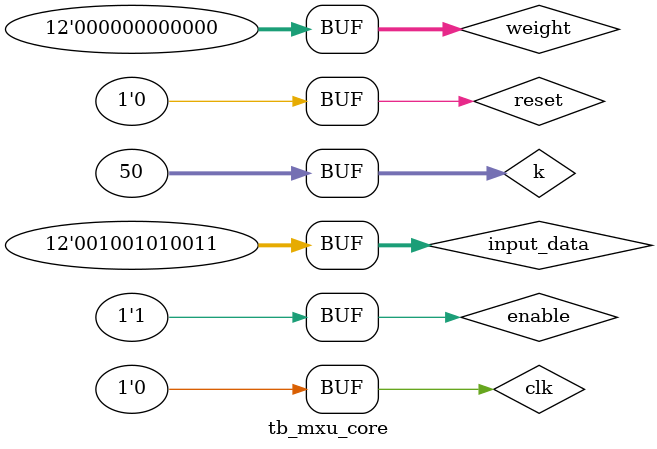
<source format=v>
`timescale 1ns / 1ps


module tb_mxu_core();
        parameter clk_period= 10;
              reg clk,reset;
              reg [(4)*(3)-1:0]input_data;
              reg [(4)*(3)-1:0]weight;
              reg enable;
              wire test_mode;
              wire [4*3-1:0]y;
              integer k;
    `define SIMULATION 1
                  `define VIVADO_MAC SIMULATION
     mxu_core #( .M(3), .K(3),.max_data_width(4)  ) uut
    (   
        .clk(clk),
        .enable(enable),
        .reset(reset),
        .test_mode(test_mode),
        .input_data(input_data),
        .weight(weight),
        .y(y)
        );
       
              
                    always begin
                       clk = 1'b1;
                       #(clk_period/2) 
                       clk = 1'b0;
                       #(clk_period/2);
                    end
              

              
              initial begin 
              enable=1'b0;
              reset=1'b1;
              #clk_period;
              
              reset=1'b0;
              input_data=12'h253;
              weight=12'h312;
              #clk_period;
              enable=1'b1;
             for(k=0;k<50;k=k+1) begin 
              #clk_period;
              end
              weight=12'h000;
              for(k=0;k<50;k=k+1) begin 
                              #clk_period;
                              end
                              
              end 

        
        
        
        
            
endmodule

</source>
